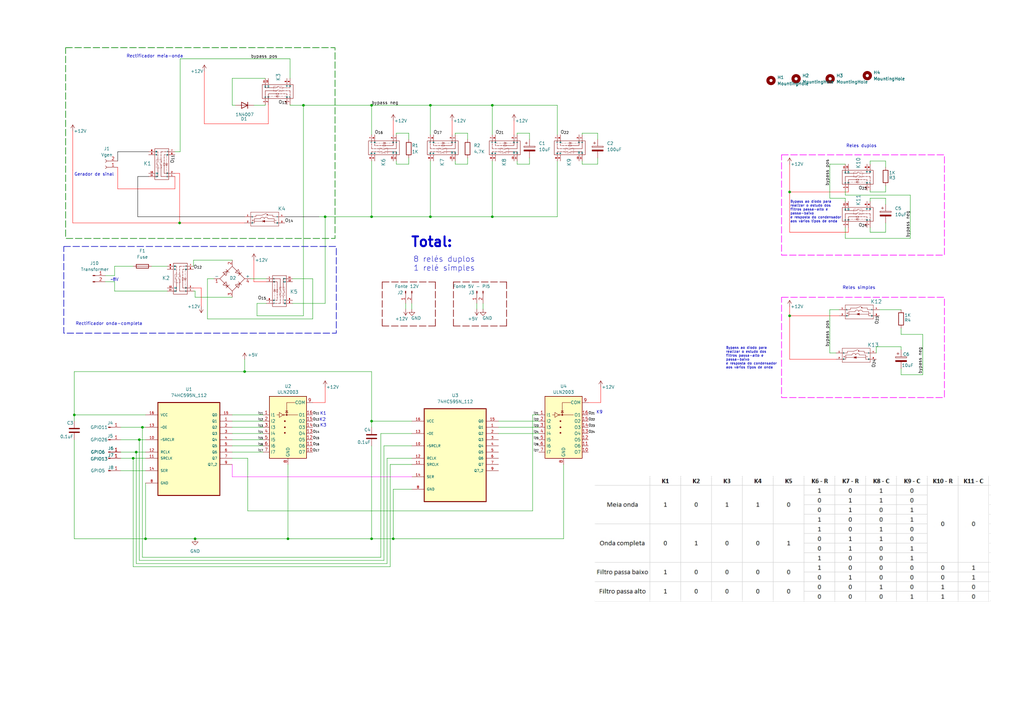
<source format=kicad_sch>
(kicad_sch (version 20231120) (generator "eeschema") (generator_version "8.0")
  (paper "A3")
  (lib_symbols
    (symbol "3570-1331-123:3570-1331-123" (pin_names (offset 0.254))
      (property "Reference" "K" (at 19.6596 2.7432 0))
      (property "Value" "3570-1331-123" (at 19.9136 0.1524 0))
      (symbol "3570-1331-123_1_1"
        (pin unspecified line (at 12.065 -3.81 0) (length 2.54) (name "1") (number "1"))
        (pin unspecified line (at 12.065 -6.35 0) (length 2.54) (name "2") (number "2"))
        (pin unspecified line (at 28.575 -6.35 180) (length 2.54) (name "3") (number "3"))
        (pin unspecified line (at 28.575 -3.81 180) (length 2.54) (name "4") (number "4"))
      )
    )
    (symbol "3572-1220-123:3572-1220-123" (pin_names (offset 0.254))
      (property "Reference" "K" (at 0.635 14.224 0))
      (property "Value" "3572-1220-123" (at 0.127 10.795 0))
      (symbol "3572-1220-123_1_1"
        (pin unspecified line (at -5.08 -10.795 90) (length 2.54) (name "1") (number "1"))
        (pin unspecified line (at -3.81 0 270) (length 2.54) (name "13") (number "13"))
        (pin unspecified line (at -5.08 0 270) (length 2.54) (name "14") (number "14"))
        (pin unspecified line (at -3.81 -10.795 90) (length 2.54) (name "2") (number "2"))
        (pin unspecified line (at 3.81 -10.795 90) (length 2.54) (name "6") (number "6"))
        (pin unspecified line (at 5.08 -10.795 90) (length 2.54) (name "7") (number "7"))
        (pin unspecified line (at 5.08 0 270) (length 2.54) (name "8") (number "8"))
        (pin unspecified line (at 3.81 0 270) (length 2.54) (name "9") (number "9"))
      )
    )
    (symbol "74HC595N:74HC595N_112" (pin_names (offset 1.016))
      (property "Reference" "U" (at -5.2866 17.8676 0))
      (property "Value" "74HC595N_112" (at -4.4502 -27.7437 0))
      (symbol "74HC595N_112_0_0"
        (pin output line (at 17.78 7.62 180) (length 5.08) (name "Q1") (number "1"))
        (pin input line (at -17.78 5.08 0) (length 5.08) (name "~OE") (number "13"))
        (pin output line (at 17.78 10.16 180) (length 5.08) (name "Q0") (number "15"))
        (pin power_in line (at -17.78 10.16 0) (length 5.08) (name "VCC") (number "16"))
        (pin output line (at 17.78 5.08 180) (length 5.08) (name "Q2") (number "2"))
        (pin output line (at 17.78 2.54 180) (length 5.08) (name "Q3") (number "3"))
        (pin output line (at 17.78 0 180) (length 5.08) (name "Q4") (number "4"))
        (pin output line (at 17.78 -2.54 180) (length 5.08) (name "Q5") (number "5"))
        (pin output line (at 17.78 -5.08 180) (length 5.08) (name "Q6") (number "6"))
        (pin output line (at 17.78 -7.62 180) (length 5.08) (name "Q7") (number "7"))
        (pin passive line (at -17.78 -17.78 0) (length 5.08) (name "GND") (number "8"))
        (pin output line (at 17.78 -10.16 180) (length 5.08) (name "Q7_2") (number "9"))
      )
      (symbol "74HC595N_112_1_0"
        (pin input line (at -17.78 0 0) (length 5.08) (name "~SRCLR") (number "10"))
        (pin input line (at -17.78 -7.62 0) (length 5.08) (name "SRCLK") (number "11"))
        (pin input line (at -17.78 -5.08 0) (length 5.08) (name "RCLK") (number "12"))
        (pin input line (at -17.78 -12.7 0) (length 5.08) (name "SER") (number "14"))
      )
    )
    (symbol "Connector:Conn_01x01_Pin" (pin_names (offset 1.016) hide)
      (property "Reference" "J" (at 0 2.54 0))
      (property "Value" "Conn_01x01_Pin" (at 0 -2.54 0))
      (symbol "Conn_01x01_Pin_1_1"
        (pin passive line (at 5.08 0 180) (length 3.81) (name "Pin_1") (number "1"))
      )
    )
    (symbol "Connector:Conn_01x02_Pin" (pin_names (offset 1.016) hide)
      (property "Reference" "J" (at 0 2.54 0))
      (property "Value" "Conn_01x02_Pin" (at 0 -5.08 0))
      (symbol "Conn_01x02_Pin_1_1"
        (pin passive line (at 5.08 0 180) (length 3.81) (name "Pin_1") (number "1"))
        (pin passive line (at 5.08 -2.54 180) (length 3.81) (name "Pin_2") (number "2"))
      )
    )
    (symbol "Connector:Conn_01x02_Socket" (pin_names (offset 1.016) hide)
      (property "Reference" "J" (at 0 2.54 0))
      (property "Value" "Conn_01x02_Socket" (at 0 -5.08 0))
      (symbol "Conn_01x02_Socket_1_1"
        (pin passive line (at -5.08 0 0) (length 3.81) (name "Pin_1") (number "1"))
        (pin passive line (at -5.08 -2.54 0) (length 3.81) (name "Pin_2") (number "2"))
      )
    )
    (symbol "Device:C" (pin_numbers hide) (pin_names (offset 0.254))
      (property "Reference" "C" (at 0.635 2.54 0))
      (property "Value" "C" (at 0.635 -2.54 0))
      (symbol "C_1_1"
        (pin passive line (at 0 3.81 270) (length 2.794) (name "~") (number "1"))
        (pin passive line (at 0 -3.81 90) (length 2.794) (name "~") (number "2"))
      )
    )
    (symbol "Device:C_Polarized" (pin_numbers hide) (pin_names (offset 0.254))
      (property "Reference" "C" (at 0.635 2.54 0))
      (property "Value" "C_Polarized" (at 0.635 -2.54 0))
      (symbol "C_Polarized_1_1"
        (pin passive line (at 0 3.81 270) (length 2.794) (name "~") (number "1"))
        (pin passive line (at 0 -3.81 90) (length 2.794) (name "~") (number "2"))
      )
    )
    (symbol "Device:Fuse" (pin_numbers hide) (pin_names (offset 0))
      (property "Reference" "F" (at 2.032 0 90))
      (property "Value" "Fuse" (at -1.905 0 90))
      (symbol "Fuse_1_1"
        (pin passive line (at 0 3.81 270) (length 1.27) (name "~") (number "1"))
        (pin passive line (at 0 -3.81 90) (length 1.27) (name "~") (number "2"))
      )
    )
    (symbol "Device:R" (pin_numbers hide) (pin_names (offset 0))
      (property "Reference" "R" (at 2.032 0 90))
      (property "Value" "R" (at 0 0 90))
      (symbol "R_1_1"
        (pin passive line (at 0 3.81 270) (length 1.27) (name "~") (number "1"))
        (pin passive line (at 0 -3.81 90) (length 1.27) (name "~") (number "2"))
      )
    )
    (symbol "Diode:1N4007" (pin_numbers hide) (pin_names hide)
      (property "Reference" "D" (at 0 2.54 0))
      (property "Value" "1N4007" (at 0 -2.54 0))
      (symbol "1N4007_1_1"
        (pin passive line (at -3.81 0 0) (length 2.54) (name "K") (number "1"))
        (pin passive line (at 3.81 0 180) (length 2.54) (name "A") (number "2"))
      )
    )
    (symbol "Diode_Bridge:B250C2300-1500A" (pin_names (offset 0))
      (property "Reference" "D" (at 2.54 6.985 0))
      (property "Value" "B250C2300-1500A" (at 2.54 5.08 0))
      (symbol "B250C2300-1500A_1_1"
        (pin passive line (at -7.62 0 0) (length 2.54) (name "-") (number "1"))
        (pin passive line (at 0 7.62 270) (length 2.54) (name "~") (number "2"))
        (pin passive line (at 0 -7.62 90) (length 2.54) (name "~") (number "3"))
        (pin passive line (at 7.62 0 180) (length 2.54) (name "+") (number "4"))
      )
    )
    (symbol "Mechanical:MountingHole" (pin_names (offset 1.016)) (exclude_from_sim yes) (in_bom no)
      (property "Reference" "H" (at 0 5.08 0))
      (property "Value" "MountingHole" (at 0 3.175 0))
    )
    (symbol "Transistor_Array:ULN2003"
      (property "Reference" "U" (at 0 15.875 0))
      (property "Value" "ULN2003" (at 0 13.97 0))
      (symbol "ULN2003_1_1"
        (pin input line (at -10.16 5.08 0) (length 2.54) (name "I1") (number "1"))
        (pin open_collector line (at 10.16 -10.16 180) (length 2.54) (name "O7") (number "10"))
        (pin open_collector line (at 10.16 -7.62 180) (length 2.54) (name "O6") (number "11"))
        (pin open_collector line (at 10.16 -5.08 180) (length 2.54) (name "O5") (number "12"))
        (pin open_collector line (at 10.16 -2.54 180) (length 2.54) (name "O4") (number "13"))
        (pin open_collector line (at 10.16 0 180) (length 2.54) (name "O3") (number "14"))
        (pin open_collector line (at 10.16 2.54 180) (length 2.54) (name "O2") (number "15"))
        (pin open_collector line (at 10.16 5.08 180) (length 2.54) (name "O1") (number "16"))
        (pin input line (at -10.16 2.54 0) (length 2.54) (name "I2") (number "2"))
        (pin input line (at -10.16 0 0) (length 2.54) (name "I3") (number "3"))
        (pin input line (at -10.16 -2.54 0) (length 2.54) (name "I4") (number "4"))
        (pin input line (at -10.16 -5.08 0) (length 2.54) (name "I5") (number "5"))
        (pin input line (at -10.16 -7.62 0) (length 2.54) (name "I6") (number "6"))
        (pin input line (at -10.16 -10.16 0) (length 2.54) (name "I7") (number "7"))
        (pin power_in line (at 0 -15.24 90) (length 2.54) (name "GND") (number "8"))
        (pin passive line (at 10.16 10.16 180) (length 2.54) (name "COM") (number "9"))
      )
    )
    (symbol "power:+12V" (power) (pin_names (offset 0))
      (property "Value" "+12V" (at 0 3.556 0))
      (symbol "+12V_1_1"
        (pin power_in line (at 0 0 90) (length 0) hide (name "+12V") (number "1"))
      )
    )
    (symbol "power:+5V" (power) (pin_numbers hide) (pin_names (offset 0) hide)
      (property "Value" "+5V" (at 0 3.556 0))
      (symbol "+5V_1_1"
        (pin power_in line (at 0 0 90) (length 0) (name "~") (number "1"))
      )
    )
    (symbol "power:GND" (power) (pin_numbers hide) (pin_names (offset 0) hide)
      (property "Value" "GND" (at 0 -3.81 0))
      (symbol "GND_1_1"
        (pin power_in line (at 0 0 270) (length 0) (name "~") (number "1"))
      )
    )
  )
  (junction (at 161.29 220.98))
  (junction (at 100.33 152.4))
  (junction (at 152.4 88.9))
  (junction (at 73.66 91.44))
  (junction (at 55.88 185.42))
  (junction (at 152.4 172.72))
  (junction (at 57.15 180.34))
  (junction (at 118.11 220.98))
  (junction (at 201.93 43.18))
  (junction (at 176.53 88.9))
  (junction (at 201.93 88.9))
  (junction (at 80.01 220.98))
  (junction (at 54.61 187.96))
  (junction (at 152.4 220.98))
  (junction (at 323.85 129.54))
  (junction (at 58.42 175.26))
  (junction (at 176.53 43.18))
  (junction (at 152.4 43.18))
  (junction (at 323.85 78.74))
  (junction (at 59.69 220.98))
  (junction (at 133.35 88.9))
  (junction (at 30.48 170.18))
  (junction (at 124.46 43.18))
  (wire (pts (xy 133.35 88.9) (xy 152.4 88.9)))
  (wire (pts (xy 118.9618 24.13) (xy 118.9618 32.1445)))
  (wire (pts (xy 60.96 72.39) (xy 56.515 72.39)) (stroke (width 0) (color 0 0 0 1)))
  (wire (pts (xy 160.02 190.5) (xy 160.02 232.41)))
  (wire (pts (xy 30.48 152.4) (xy 30.48 170.18)))
  (wire (pts (xy 157.48 182.88) (xy 157.48 229.87)))
  (wire (pts (xy 228.6 43.18) (xy 228.6 55.245)))
  (wire (pts (xy 217.17 54.61) (xy 217.17 57.15)))
  (wire (pts (xy 29.845 91.44) (xy 73.66 91.44)) (stroke (width 0) (color 255 0 0 1)))
  (wire (pts (xy 207.772 133.7056) (xy 185.9788 133.7056)) (stroke (width 0.254) (type dash) (color 132 0 0 1)))
  (wire (pts (xy 323.85 95.25) (xy 323.85 78.74)) (stroke (width 0) (color 255 0 0 1)))
  (wire (pts (xy 204.47 175.26) (xy 220.98 175.26)))
  (wire (pts (xy 82.55 125.73) (xy 82.55 118.11)) (stroke (width 0) (color 255 0 0 1)))
  (wire (pts (xy 157.48 229.87) (xy 57.15 229.87)))
  (wire (pts (xy 346.71 80.01) (xy 373.38 80.01)))
  (wire (pts (xy 105.41 129.54) (xy 105.41 124.46)))
  (wire (pts (xy 49.53 187.96) (xy 54.61 187.96)))
  (wire (pts (xy 49.53 180.34) (xy 57.15 180.34)))
  (wire (pts (xy 378.46 137.16) (xy 369.57 137.16)))
  (wire (pts (xy 238.76 54.61) (xy 238.76 55.245)))
  (wire (pts (xy 162.56 54.61) (xy 162.56 55.245)))
  (wire (pts (xy 55.88 185.42) (xy 59.69 185.42)))
  (wire (pts (xy 161.29 220.98) (xy 152.4 220.98)))
  (wire (pts (xy 95.25 180.34) (xy 107.95 180.34)))
  (wire (pts (xy 82.55 118.11) (xy 79.375 118.11)) (stroke (width 0) (color 255 0 0 1)))
  (wire (pts (xy 128.27 130.81) (xy 128.27 114.3)))
  (wire (pts (xy 73.8768 62.23) (xy 71.755 62.23)))
  (wire (pts (xy 95.25 195.58) (xy 168.91 195.58)) (stroke (width 0) (color 255 0 255 1)))
  (wire (pts (xy 49.53 185.42) (xy 55.88 185.42)))
  (wire (pts (xy 79.375 106.68) (xy 79.375 109.22)))
  (wire (pts (xy 73.66 91.44) (xy 100.33 91.44)) (stroke (width 0) (color 255 0 0 1)))
  (wire (pts (xy 83.82 50.8) (xy 110.0718 50.8)) (stroke (width 0) (color 255 0 0 1)))
  (wire (pts (xy 185.42 49.53) (xy 185.42 55.245)) (stroke (width 0) (color 255 0 0 1)))
  (wire (pts (xy 29.8382 69.85) (xy 29.8382 53.7558)) (stroke (width 0) (color 255 0 0 1)))
  (wire (pts (xy 58.42 228.6) (xy 58.42 175.26)))
  (wire (pts (xy 344.17 127) (xy 340.36 127)))
  (wire (pts (xy 62.23 109.22) (xy 68.58 109.22)))
  (wire (pts (xy 176.53 43.18) (xy 201.93 43.18)))
  (wire (pts (xy 56.515 88.9) (xy 100.33 88.9)) (stroke (width 0) (color 0 0 0 1)))
  (wire (pts (xy 73.66 91.44) (xy 73.66 71.12)) (stroke (width 0) (color 255 0 0 1)))
  (wire (pts (xy 210.82 49.53) (xy 210.82 55.245)) (stroke (width 0) (color 255 0 0 1)))
  (wire (pts (xy 73.8768 24.13) (xy 73.8768 62.23)))
  (wire (pts (xy 96.52 43.18) (xy 95.25 43.18)))
  (wire (pts (xy 369.57 134.62) (xy 369.57 137.16)))
  (wire (pts (xy 231.14 220.98) (xy 161.29 220.98)))
  (wire (pts (xy 95.25 182.88) (xy 107.95 182.88)))
  (wire (pts (xy 356.87 81.28) (xy 356.87 82.55)))
  (wire (pts (xy 152.4 172.72) (xy 152.4 175.26)))
  (wire (pts (xy 43.18 113.03) (xy 46.99 113.03)))
  (wire (pts (xy 110.0718 50.8) (xy 110.0718 42.9395)) (stroke (width 0) (color 255 0 0 1)))
  (wire (pts (xy 83.82 50.8) (xy 83.82 29.21)) (stroke (width 0) (color 255 0 0 1)))
  (wire (pts (xy 80.01 121.92) (xy 80.01 119.38)))
  (wire (pts (xy 95.25 43.18) (xy 95.25 32.1445)))
  (wire (pts (xy 118.9618 43.18) (xy 124.46 43.18)))
  (wire (pts (xy 57.15 180.34) (xy 59.69 180.34)))
  (wire (pts (xy 346.71 93.345) (xy 346.71 97.79)))
  (wire (pts (xy 168.91 182.88) (xy 157.48 182.88)))
  (wire (pts (xy 108.8018 43.18) (xy 108.8018 42.9395)))
  (wire (pts (xy 59.69 220.98) (xy 80.01 220.98)))
  (wire (pts (xy 323.85 78.74) (xy 323.85 67.31)) (stroke (width 0) (color 255 0 0 1)))
  (wire (pts (xy 186.69 66.04) (xy 186.69 67.31)))
  (wire (pts (xy 162.56 66.04) (xy 162.56 67.31)))
  (wire (pts (xy 245.11 67.31) (xy 238.76 67.31)))
  (wire (pts (xy 359.41 142.24) (xy 359.41 144.78)))
  (wire (pts (xy 185.9788 115.6462) (xy 207.772 115.6462)) (stroke (width 0.254) (type dash) (color 132 0 0 1)))
  (wire (pts (xy 101.6 209.55) (xy 218.44 209.55)))
  (wire (pts (xy 323.85 129.54) (xy 323.85 125.73)) (stroke (width 0) (color 255 0 0 1)))
  (wire (pts (xy 133.35 158.75) (xy 133.35 165.1)) (stroke (width 0) (color 255 0 0 1)))
  (wire (pts (xy 356.87 67.31) (xy 356.87 66.04)))
  (wire (pts (xy 104.14 106.68) (xy 104.14 115.57)) (stroke (width 0) (color 255 0 0 1)))
  (wire (pts (xy 161.29 200.66) (xy 161.29 220.98)))
  (wire (pts (xy 373.38 97.79) (xy 373.38 80.01)))
  (wire (pts (xy 356.87 66.04) (xy 363.22 66.04)))
  (wire (pts (xy 133.35 165.1) (xy 128.27 165.1)) (stroke (width 0) (color 255 0 0 1)))
  (wire (pts (xy 152.4 182.88) (xy 152.4 220.98)))
  (wire (pts (xy 55.88 231.14) (xy 55.88 185.42)))
  (wire (pts (xy 212.09 54.61) (xy 212.09 55.245)))
  (wire (pts (xy 167.64 54.61) (xy 167.64 57.15)))
  (wire (pts (xy 201.93 43.18) (xy 228.6 43.18)))
  (wire (pts (xy 186.69 67.31) (xy 191.77 67.31)))
  (wire (pts (xy 363.22 76.2) (xy 363.22 78.74)))
  (wire (pts (xy 217.17 67.31) (xy 212.09 67.31)))
  (wire (pts (xy 57.15 229.87) (xy 57.15 180.34)))
  (wire (pts (xy 80.01 121.92) (xy 95.25 121.92)))
  (wire (pts (xy 95.25 187.96) (xy 101.6 187.96)))
  (wire (pts (xy 49.53 193.04) (xy 59.69 193.04)))
  (wire (pts (xy 340.36 127) (xy 340.36 144.78)))
  (wire (pts (xy 363.22 78.74) (xy 356.87 78.74)))
  (wire (pts (xy 71.755 77.47) (xy 71.755 72.39)) (stroke (width 0) (color 255 0 0 1)))
  (wire (pts (xy 100.33 147.32) (xy 100.33 152.4)))
  (wire (pts (xy 360.68 127) (xy 369.57 127)))
  (wire (pts (xy 95.25 177.8) (xy 107.95 177.8)))
  (wire (pts (xy 166.37 124.46) (xy 166.37 126.746)))
  (wire (pts (xy 105.41 124.46) (xy 109.22 124.46)))
  (wire (pts (xy 201.93 88.9) (xy 228.6 88.9)))
  (wire (pts (xy 168.91 187.96) (xy 158.75 187.96)))
  (wire (pts (xy 347.98 78.74) (xy 323.85 78.74)) (stroke (width 0) (color 255 0 0 1)))
  (wire (pts (xy 369.57 151.13) (xy 369.57 153.67)))
  (wire (pts (xy 30.48 170.18) (xy 30.48 172.72)))
  (wire (pts (xy 158.75 231.14) (xy 55.88 231.14)))
  (wire (pts (xy 217.17 64.77) (xy 217.17 67.31)))
  (wire (pts (xy 79.375 106.68) (xy 95.25 106.68)))
  (wire (pts (xy 176.53 66.04) (xy 176.53 88.9)))
  (wire (pts (xy 363.22 66.04) (xy 363.22 68.58)))
  (wire (pts (xy 212.09 67.31) (xy 212.09 66.04)))
  (wire (pts (xy 346.71 78.105) (xy 346.71 80.01)))
  (wire (pts (xy 185.9788 115.6462) (xy 185.9788 133.7056)) (stroke (width 0.254) (type dash) (color 132 0 0 1)))
  (wire (pts (xy 152.4 172.72) (xy 168.91 172.72)))
  (wire (pts (xy 48.26 62.23) (xy 60.96 62.23)) (stroke (width 0) (color 0 0 0 1)))
  (wire (pts (xy 245.11 54.61) (xy 238.76 54.61)))
  (wire (pts (xy 156.21 228.6) (xy 58.42 228.6)))
  (wire (pts (xy 191.77 54.61) (xy 191.77 57.15)))
  (wire (pts (xy 46.99 109.22) (xy 54.61 109.22)))
  (wire (pts (xy 46.99 119.38) (xy 68.58 119.38)))
  (wire (pts (xy 363.22 81.28) (xy 356.87 81.28)))
  (wire (pts (xy 30.48 220.98) (xy 59.69 220.98)))
  (wire (pts (xy 124.46 129.54) (xy 105.41 129.54)))
  (wire (pts (xy 369.57 142.24) (xy 369.57 143.51)))
  (wire (pts (xy 158.75 187.96) (xy 158.75 231.14)))
  (wire (pts (xy 346.71 67.31) (xy 340.36 67.31)))
  (wire (pts (xy 369.57 153.67) (xy 378.46 153.67)))
  (wire (pts (xy 195.58 124.46) (xy 195.58 126.746)))
  (wire (pts (xy 346.71 81.28) (xy 346.71 82.55)))
  (wire (pts (xy 363.22 91.44) (xy 363.22 95.25)))
  (wire (pts (xy 245.11 64.77) (xy 245.11 67.31)))
  (wire (pts (xy 156.21 177.8) (xy 156.21 228.6)))
  (wire (pts (xy 340.36 81.28) (xy 346.71 81.28)))
  (wire (pts (xy 100.33 152.4) (xy 30.48 152.4)))
  (wire (pts (xy 46.99 115.57) (xy 46.99 119.38)))
  (wire (pts (xy 178.562 133.7056) (xy 156.7688 133.7056)) (stroke (width 0.254) (type dash) (color 132 0 0 1)))
  (wire (pts (xy 95.25 32.1445) (xy 108.8018 32.1445)))
  (wire (pts (xy 104.14 115.57) (xy 109.22 115.57)) (stroke (width 0) (color 255 0 0 1)))
  (wire (pts (xy 245.11 54.61) (xy 245.11 57.15)))
  (wire (pts (xy 323.85 147.32) (xy 342.9 147.32)) (stroke (width 0) (color 255 0 0 1)))
  (wire (pts (xy 191.77 54.61) (xy 186.69 54.61)))
  (wire (pts (xy 347.98 95.25) (xy 323.85 95.25)) (stroke (width 0) (color 255 0 0 1)))
  (wire (pts (xy 168.91 190.5) (xy 160.02 190.5)))
  (wire (pts (xy 162.56 67.31) (xy 167.64 67.31)))
  (wire (pts (xy 80.01 119.38) (xy 79.375 119.38)))
  (wire (pts (xy 323.85 129.54) (xy 323.85 147.32)) (stroke (width 0) (color 255 0 0 1)))
  (wire (pts (xy 152.4 220.98) (xy 118.11 220.98)))
  (wire (pts (xy 378.46 153.67) (xy 378.46 137.16)))
  (wire (pts (xy 356.87 93.345) (xy 356.87 95.25)))
  (wire (pts (xy 168.91 177.8) (xy 156.21 177.8)))
  (wire (pts (xy 168.91 200.66) (xy 161.29 200.66)))
  (wire (pts (xy 217.17 54.61) (xy 212.09 54.61)))
  (wire (pts (xy 118.11 190.5) (xy 118.11 220.98)))
  (wire (pts (xy 201.93 43.18) (xy 201.93 55.245)))
  (wire (pts (xy 101.6 187.96) (xy 101.6 209.55)))
  (wire (pts (xy 104.14 43.18) (xy 108.8018 43.18)))
  (wire (pts (xy 73.8768 24.13) (xy 118.9618 24.13)))
  (wire (pts (xy 204.47 177.8) (xy 220.98 177.8)))
  (wire (pts (xy 347.98 78.105) (xy 347.98 78.74)) (stroke (width 0) (color 255 0 0 1)))
  (wire (pts (xy 95.25 172.72) (xy 107.95 172.72)))
  (wire (pts (xy 186.69 54.61) (xy 186.69 55.245)))
  (wire (pts (xy 124.46 43.18) (xy 152.4 43.18)))
  (wire (pts (xy 48.26 77.47) (xy 48.26 68.58)) (stroke (width 0) (color 255 0 0 1)))
  (wire (pts (xy 176.53 43.18) (xy 176.53 55.245)))
  (wire (pts (xy 116.84 88.9) (xy 130.81 88.9)) (stroke (width 0) (color 0 0 0 1)))
  (wire (pts (xy 85.09 114.3) (xy 85.09 130.81)))
  (wire (pts (xy 231.14 190.5) (xy 231.14 220.98)))
  (wire (pts (xy 176.53 88.9) (xy 201.93 88.9)))
  (wire (pts (xy 49.53 175.26) (xy 58.42 175.26)))
  (wire (pts (xy 156.7688 115.6462) (xy 178.562 115.6462)) (stroke (width 0.254) (type dash) (color 132 0 0 1)))
  (wire (pts (xy 118.9618 43.18) (xy 118.9618 42.9395)))
  (wire (pts (xy 152.4 43.18) (xy 176.53 43.18)))
  (wire (pts (xy 167.64 64.77) (xy 167.64 67.31)))
  (wire (pts (xy 58.42 175.26) (xy 59.69 175.26)))
  (wire (pts (xy 340.36 144.78) (xy 342.9 144.78)))
  (wire (pts (xy 128.27 114.3) (xy 120.015 114.3)))
  (wire (pts (xy 59.69 198.12) (xy 59.69 220.98)))
  (wire (pts (xy 152.4 152.4) (xy 152.4 172.72)))
  (wire (pts (xy 29.845 69.85) (xy 29.8382 69.85)) (stroke (width 0) (color 255 0 0 1)))
  (wire (pts (xy 359.41 142.24) (xy 369.57 142.24)))
  (wire (pts (xy 95.25 190.5) (xy 95.25 195.58)) (stroke (width 0) (color 255 0 255 1)))
  (wire (pts (xy 54.61 187.96) (xy 54.61 232.41)))
  (wire (pts (xy 95.25 170.18) (xy 107.95 170.18)))
  (wire (pts (xy 346.71 97.79) (xy 373.38 97.79)))
  (wire (pts (xy 204.47 172.72) (xy 220.98 172.72)))
  (wire (pts (xy 363.22 83.82) (xy 363.22 81.28)))
  (wire (pts (xy 120.015 124.46) (xy 133.35 124.46)))
  (wire (pts (xy 201.93 66.04) (xy 201.93 88.9)))
  (wire (pts (xy 152.4 88.9) (xy 176.53 88.9)))
  (wire (pts (xy 152.4 43.18) (xy 152.4 55.245)))
  (wire (pts (xy 238.76 67.31) (xy 238.76 66.04)))
  (wire (pts (xy 73.66 71.12) (xy 71.755 71.12)) (stroke (width 0) (color 255 0 0 1)))
  (wire (pts (xy 48.26 77.47) (xy 71.755 77.47)) (stroke (width 0) (color 255 0 0 1)))
  (wire (pts (xy 218.44 209.55) (xy 218.44 170.18)))
  (wire (pts (xy 363.22 95.25) (xy 356.87 95.25)))
  (wire (pts (xy 85.09 130.81) (xy 128.27 130.81)))
  (wire (pts (xy 246.38 158.75) (xy 246.38 165.1)) (stroke (width 0) (color 255 0 0 1)))
  (wire (pts (xy 95.25 185.42) (xy 107.95 185.42)))
  (wire (pts (xy 167.64 54.61) (xy 162.56 54.61)))
  (wire (pts (xy 95.25 175.26) (xy 107.95 175.26)))
  (wire (pts (xy 133.35 88.9) (xy 130.81 88.9)))
  (wire (pts (xy 246.38 165.1) (xy 241.3 165.1)) (stroke (width 0) (color 255 0 0 1)))
  (wire (pts (xy 161.29 49.53) (xy 161.29 55.245)) (stroke (width 0) (color 255 0 0 1)))
  (wire (pts (xy 356.87 78.105) (xy 356.87 78.74)))
  (wire (pts (xy 344.17 129.54) (xy 323.85 129.54)) (stroke (width 0) (color 255 0 0 1)))
  (wire (pts (xy 118.11 220.98) (xy 80.01 220.98)))
  (wire (pts (xy 340.36 67.31) (xy 340.36 81.28)))
  (wire (pts (xy 124.46 43.18) (xy 124.46 129.54)))
  (wire (pts (xy 198.12 124.46) (xy 198.12 126.873)))
  (wire (pts (xy 87.63 114.3) (xy 85.09 114.3)))
  (wire (pts (xy 156.7688 115.6462) (xy 156.7688 133.7056)) (stroke (width 0.254) (type dash) (color 132 0 0 1)))
  (wire (pts (xy 46.99 113.03) (xy 46.99 109.22)))
  (wire (pts (xy 133.35 88.9) (xy 133.35 124.46)))
  (wire (pts (xy 102.87 114.3) (xy 109.22 114.3)))
  (wire (pts (xy 29.845 69.85) (xy 29.845 91.44)) (stroke (width 0) (color 255 0 0 1)))
  (wire (pts (xy 207.772 115.6462) (xy 207.772 133.7056)) (stroke (width 0.254) (type dash) (color 132 0 0 1)))
  (wire (pts (xy 347.98 93.345) (xy 347.98 95.25)) (stroke (width 0) (color 255 0 0 1)))
  (wire (pts (xy 54.61 187.96) (xy 59.69 187.96)))
  (wire (pts (xy 43.18 115.57) (xy 46.99 115.57)))
  (wire (pts (xy 100.33 152.4) (xy 152.4 152.4)))
  (wire (pts (xy 178.562 115.6462) (xy 178.562 133.7056)) (stroke (width 0.254) (type dash) (color 132 0 0 1)))
  (wire (pts (xy 191.77 64.77) (xy 191.77 67.31)))
  (wire (pts (xy 160.02 232.41) (xy 54.61 232.41)))
  (wire (pts (xy 30.48 220.98) (xy 30.48 180.34)))
  (wire (pts (xy 152.4 66.04) (xy 152.4 88.9)))
  (wire (pts (xy 228.6 66.04) (xy 228.6 88.9)))
  (wire (pts (xy 218.44 170.18) (xy 220.98 170.18)))
  (wire (pts (xy 168.91 124.46) (xy 168.91 126.873)))
  (wire (pts (xy 48.26 62.23) (xy 48.26 66.04)) (stroke (width 0) (color 0 0 0 1)))
  (wire (pts (xy 56.515 72.39) (xy 56.515 88.9)) (stroke (width 0) (color 0 0 0 1)))
  (wire (pts (xy 30.48 170.18) (xy 59.69 170.18)))
  (rectangle (start 320.548 121.92) (end 387.35 163.068) (stroke (width 0.25) (type dash) (color 255 0 255 1)))
  (rectangle (start 26.924 19.558) (end 137.414 97.79) (stroke (width 0.25) (type dash) (color 0 132 0 1)))
  (rectangle (start 26.162 101.092) (end 137.922 136.652) (stroke (width 0.25) (type dash)))
  (rectangle (start 320.548 63.5) (end 387.35 104.648) (stroke (width 0.25) (type dash) (color 255 0 255 1)))
  (image (at 325.12 220.98) (scale 2.33288))
  (text "Rectificador onda-completa" (at 44.704 132.842 0) (effects (font (size 1.27 1.27))))
  (text "K9" (at 245.872 169.164 0) (effects (font (size 1.27 1.27))))
  (text "K2" (at 132.334 172.212 0) (effects (font (size 1.27 1.27))))
  (text "Reles duplos" (at 353.314 59.944 0) (effects (font (size 1.27 1.27))))
  (text "K3\n" (at 132.588 174.498 0) (effects (font (size 1.27 1.27))))
  (text "8 relés duplos\n1 relé simples" (at 182.1688 108.2802 0) (effects (font (size 2.27 2.27))))
  (text "~8V" (at 46.99 114.808 0) (effects (font (size 1.27 1.27))))
  (text "Bypass ao díodo para \nrealizar o estudo dos \nfiltros passa-alto e \npassa-baixo\ne resposta do condensador \naos vários tipos de onda" (at 324.104 86.868 0) (effects (font (size 1 1)) (justify left)))
  (text "Rectificador meia-onda" (at 63.5 23.114 0) (effects (font (size 1.27 1.27))))
  (text "K1" (at 132.588 169.672 0) (effects (font (size 1.27 1.27))))
  (text "Reles simples" (at 352.298 118.11 0) (effects (font (size 1.27 1.27))))
  (text "Gerador de sinal" (at 38.608 71.628 0) (effects (font (size 1.27 1.27))))
  (text "Total: " (at 178.6128 99.3902 0) (effects (font (size 4 4) (thickness 0.8) (bold yes))))
  (text "Bypass ao díodo para \nrealizar o estudo dos \nfiltros passa-alto e \npassa-baixo\ne resposta do condensador \naos vários tipos de onda" (at 297.688 146.812 0) (effects (font (size 1 1)) (justify left)))
  (label "I_{26}" (at 220.98 182.88 180) (effects (font (size 1 1))))
  (label "O_{16}" (at 128.27 182.88 0) (effects (font (size 1 1))))
  (label "I_{25}" (at 220.98 180.34 180) (effects (font (size 1 1))))
  (label "I_{14}" (at 107.95 177.8 180) (effects (font (size 1 1))))
  (label "O_{24}" (at 355.6 93.345 180))
  (label "I_{17}" (at 107.95 185.42 180) (effects (font (size 1 1))))
  (label "bypass neg" (at 373.38 86.36 270))
  (label "I_{24}" (at 220.98 177.8 180) (effects (font (size 1 1))))
  (label "O_{12}" (at 128.27 172.72 0) (effects (font (size 1 1))))
  (label "I_{16}" (at 107.95 182.88 180) (effects (font (size 1 1))))
  (label "I_{13}" (at 107.95 175.26 180) (effects (font (size 1 1))))
  (label "O_{14}" (at 116.84 91.44 0))
  (label "O_{15}" (at 109.22 123.19 180))
  (label "O_{17}" (at 128.27 185.42 0) (effects (font (size 1 1))))
  (label "O_{11}" (at 128.27 170.18 0) (effects (font (size 1 1))))
  (label "bypass neg" (at 378.46 142.24 270))
  (label "I_{27}" (at 220.98 185.42 180) (effects (font (size 1 1))))
  (label "O_{15}" (at 128.27 180.34 0) (effects (font (size 1 1))))
  (label "O_{21}" (at 203.2 55.245 0))
  (label "O_{13}" (at 128.27 175.26 0) (effects (font (size 1 1))))
  (label "O_{23}" (at 241.3 175.26 0) (effects (font (size 1 1))))
  (label "I_{12}" (at 107.95 172.72 180) (effects (font (size 1 1))))
  (label "O_{23}" (at 355.6 78.105 180))
  (label "bypass neg" (at 152.4 43.18 0))
  (label "I_{11}" (at 107.95 170.18 180) (effects (font (size 1 1))))
  (label "I_{22}" (at 220.98 172.72 180) (effects (font (size 1 1))))
  (label "O_{11}" (at 71.755 63.5 270))
  (label "I_{21}" (at 220.98 170.18 180) (effects (font (size 1 1))))
  (label "O_{21}" (at 241.3 170.18 0) (effects (font (size 1 1))))
  (label "bypass pos" (at 340.36 76.2 90))
  (label "O_{24}" (at 359.41 147.32 270))
  (label "O_{17}" (at 177.8 55.245 0))
  (label "O_{14}" (at 128.27 177.8 0) (effects (font (size 1 1))))
  (label "bypass pos" (at 102.87 24.13 0))
  (label "O_{22}" (at 241.3 172.72 0) (effects (font (size 1 1))))
  (label "O_{22}" (at 229.87 55.245 0))
  (label "O_{12}" (at 79.375 110.49 0))
  (label "O_{24}" (at 241.3 177.8 0) (effects (font (size 1 1))))
  (label "O_{23}" (at 360.68 129.54 270))
  (label "I_{23}" (at 220.98 175.26 180) (effects (font (size 1 1))))
  (label "O_{16}" (at 153.67 55.245 0))
  (label "O_{13}" (at 117.6918 42.9395 180))
  (label "I_{15}" (at 107.95 180.34 180) (effects (font (size 1 1))))
  (label "bypass pos" (at 340.36 142.24 90))
  (symbol (lib_id "power:+12V") (at 185.42 49.53 0) (unit 1)
    (property "Reference" "#PWR08" (effects (hide yes)))
    (property "Value" "+12V" (at 188.468 49.53 0))
  )
  (symbol (lib_id "Mechanical:MountingHole") (at 340.4839 32.292 0) (unit 1) (exclude_from_sim yes) (in_bom no)
    (property "Reference" "H3" (at 343.0239 31.0219 0) (effects (justify left)))
    (property "Value" "MountingHole" (at 343.0239 33.5619 0) (effects (justify left)))
    (property "Footprint" "MountingHole:MountingHole_3.2mm_M3" (effects (hide yes)))
    (property "Description" "Mounting Hole without connection" (effects (hide yes)))
  )
  (symbol (lib_id "74HC595N:74HC595N_112") (at 77.47 180.34 0) (unit 1)
    (property "Reference" "U1" (at 77.47 159.639 0))
    (property "Value" "74HC595N_112" (at 77.47 162.179 0))
    (property "Footprint" "Package_DIP:DIP-16_W10.16mm" (effects (hide yes)))
    (property "Description" "\nShift Shift Register 1 Element 8 Bit 16-DIP\n" (effects (hide yes)))
    (property "MF" "NXP USA" (effects (hide yes)))
    (property "PACKAGE" "DIP-16" (effects (hide yes)))
    (property "MPN" "74HC595N,112" (effects (hide yes)))
    (property "Price" "None" (effects (hide yes)))
    (property "Package" "SOT38-4-16 Nexperia" (effects (hide yes)))
    (property "OC_FARNELL" "1826799" (effects (hide yes)))
    (property "SnapEDA_Link" "https://www.snapeda.com/parts/74HC595N,112/NXP+USA+Inc./view-part/?ref=snap" (effects (hide yes)))
    (property "MP" "74HC595N,112" (effects (hide yes)))
    (property "Purchase-URL" "https://www.snapeda.com/api/url_track_click_mouser/?unipart_id=32067&manufacturer=NXP USA&part_name=74HC595N,112&search_term=74hc595" (effects (hide yes)))
    (property "SUPPLIER" "NXP" (effects (hide yes)))
    (property "OC_NEWARK" "71R2683" (effects (hide yes)))
    (property "Availability" "In Stock" (effects (hide yes)))
    (property "Check_prices" "https://www.snapeda.com/parts/74HC595N,112/NXP+USA+Inc./view-part/?ref=eda" (effects (hide yes)))
  )
  (symbol (lib_id "Diode_Bridge:B250C2300-1500A") (at 95.25 114.3 0) (unit 1)
    (property "Reference" "D2" (at 95.504 114.046 0))
    (property "Value" "B250C2300-1500A" (effects (hide yes)))
    (property "Footprint" "Diode_THT:Diode_Bridge_19.0x3.5x10.0mm_P5.0mm" (effects (hide yes)))
    (property "Datasheet" "https://diotec.com/tl_files/diotec/files/pdf/datasheets/b40c2300.pdf" (effects (hide yes)))
    (property "Description" "Silicon Bridge Rectifier, 250V Vrms, 1.5A If, pins=-AA+, SIL-package" (effects (hide yes)))
  )
  (symbol (lib_id "power:GND") (at 168.91 126.873 0) (unit 1)
    (property "Reference" "#PWR013" (effects (hide yes)))
    (property "Value" "GND" (at 170.6626 130.4798 0))
  )
  (symbol (lib_id "Connector:Conn_01x02_Pin") (at 195.58 119.38 90) (mirror x) (unit 1)
    (property "Reference" "J3" (at 194.564 120.015 90) (effects (justify left)))
    (property "Value" "Fonte 5V - PI5" (at 201.0156 117.4496 90) (effects (justify left)))
    (property "Footprint" "Connector_PinHeader_2.54mm:PinHeader_1x02_P2.54mm_Vertical" (effects (hide yes)))
  )
  (symbol (lib_id "3572-1220-123:3572-1220-123") (at 113.8818 32.1445 0) (unit 1)
    (property "Reference" "K3" (at 114.1358 31.6365 90) (effects (font (size 1.524 1.524))))
    (property "Value" "3572-1220-123" (effects (hide yes)))
    (property "Footprint" "3572-1220-123:RELAY8_3572-1220-053_COM" (effects (hide yes)))
    (property "Datasheet" "3572-1220-053" (effects (hide yes)))
  )
  (symbol (lib_id "power:GND") (at 198.12 126.873 0) (unit 1)
    (property "Reference" "#PWR015" (effects (hide yes)))
    (property "Value" "GND" (at 199.8726 130.4798 0))
  )
  (symbol (lib_id "Device:R") (at 167.64 60.96 0) (unit 1)
    (property "Reference" "R1" (at 168.91 59.69 0) (effects (justify left)))
    (property "Value" "1K" (at 168.91 62.23 0) (effects (justify left)))
    (property "Footprint" "Resistor_THT:R_Axial_DIN0207_L6.3mm_D2.5mm_P15.24mm_Horizontal" (effects (hide yes)))
    (property "Description" "Resistor" (effects (hide yes)))
  )
  (symbol (lib_id "Connector:Conn_01x01_Pin") (at 44.45 187.96 0) (unit 1)
    (property "Reference" "J7" (at 45.466 186.69 0))
    (property "Value" "GPIO13" (at 40.64 188.214 0))
    (property "Footprint" "Connector_PinHeader_2.54mm:PinHeader_1x01_P2.54mm_Vertical" (effects (hide yes)))
    (property "Description" "Generic connector, single row, 01x01, script generated" (effects (hide yes)))
  )
  (symbol (lib_id "3572-1220-123:3572-1220-123") (at 60.96 67.31 90) (unit 1)
    (property "Reference" "K1" (at 60.452 67.056 90) (effects (font (size 1.524 1.524))))
    (property "Value" "3572-1220-123" (effects (hide yes)))
    (property "Footprint" "3572-1220-123:RELAY8_3572-1220-053_COM" (effects (hide yes)))
    (property "Datasheet" "3572-1220-053" (effects (hide yes)))
  )
  (symbol (lib_id "power:+12V") (at 29.8382 53.7558 0) (unit 1)
    (property "Reference" "#PWR03" (effects (hide yes)))
    (property "Value" "+12V" (at 32.8862 53.7558 0))
  )
  (symbol (lib_id "Device:C") (at 30.48 176.53 0) (unit 1)
    (property "Reference" "C3" (at 27.432 173.482 0) (effects (justify left)))
    (property "Value" "0.1uF" (at 24.638 179.07 0) (effects (justify left)))
    (property "Footprint" "Capacitor_THT:C_Disc_D5.0mm_W2.5mm_P2.50mm" (effects (hide yes)))
  )
  (symbol (lib_id "3572-1220-123:3572-1220-123") (at 68.58 114.3 90) (unit 1)
    (property "Reference" "K2" (at 68.072 114.046 90) (effects (font (size 1.524 1.524))))
    (property "Value" "3572-1220-123" (effects (hide yes)))
    (property "Footprint" "3572-1220-123:RELAY8_3572-1220-053_COM" (effects (hide yes)))
    (property "Datasheet" "3572-1220-053" (effects (hide yes)))
  )
  (symbol (lib_id "Connector:Conn_01x01_Pin") (at 44.45 175.26 0) (unit 1)
    (property "Reference" "J4" (at 45.212 173.482 0))
    (property "Value" "GPIO11" (at 40.64 175.26 0))
    (property "Footprint" "Connector_PinHeader_2.54mm:PinHeader_1x01_P2.54mm_Vertical" (effects (hide yes)))
    (property "Description" "Generic connector, single row, 01x01, script generated" (effects (hide yes)))
  )
  (symbol (lib_id "Mechanical:MountingHole") (at 326.5139 32.292 0) (unit 1) (exclude_from_sim yes) (in_bom no)
    (property "Reference" "H2" (at 329.0539 31.0219 0) (effects (justify left)))
    (property "Value" "MountingHole" (at 329.0539 33.5619 0) (effects (justify left)))
    (property "Footprint" "MountingHole:MountingHole_3.2mm_M3" (effects (hide yes)))
    (property "Description" "Mounting Hole without connection" (effects (hide yes)))
  )
  (symbol (lib_id "Device:R") (at 369.57 130.81 180) (unit 1)
    (property "Reference" "R4" (at 373.634 131.318 0) (effects (justify left)))
    (property "Value" "1K" (at 373.634 129.286 0) (effects (justify left)))
    (property "Footprint" "Resistor_THT:R_Axial_DIN0207_L6.3mm_D2.5mm_P15.24mm_Horizontal" (effects (hide yes)))
    (property "Description" "Resistor" (effects (hide yes)))
  )
  (symbol (lib_id "power:+12V") (at 195.58 126.746 180) (unit 1)
    (property "Reference" "#PWR014" (effects (hide yes)))
    (property "Value" "+5V" (at 193.9036 130.7338 0))
  )
  (symbol (lib_id "power:+5V") (at 100.33 147.32 0) (unit 1)
    (property "Reference" "#PWR010" (effects (hide yes)))
    (property "Value" "+5V" (at 103.632 145.542 0))
    (property "Description" "Power symbol creates a global label with name \"+5V\"" (effects (hide yes)))
  )
  (symbol (lib_id "Connector:Conn_01x01_Pin") (at 44.45 193.04 0) (unit 1)
    (property "Reference" "J8" (at 45.466 191.77 0))
    (property "Value" "GPIO5" (at 40.132 193.04 0))
    (property "Footprint" "Connector_PinHeader_2.54mm:PinHeader_1x01_P2.54mm_Vertical" (effects (hide yes)))
    (property "Description" "Generic connector, single row, 01x01, script generated" (effects (hide yes)))
  )
  (symbol (lib_id "Diode:1N4007") (at 100.33 43.18 180) (unit 1)
    (property "Reference" "D1" (at 100.076 48.768 0))
    (property "Value" "1N4007" (at 100.33 46.99 0))
    (property "Footprint" "Diode_THT:D_DO-41_SOD81_P10.16mm_Horizontal" (effects (hide yes)))
    (property "Datasheet" "http://www.vishay.com/docs/88503/1n4001.pdf" (effects (hide yes)))
    (property "Description" "1000V 1A General Purpose Rectifier Diode, DO-41" (effects (hide yes)))
    (property "Sim.Device" "D" (effects (hide yes)))
    (property "Sim.Pins" "1=K 2=A" (effects (hide yes)))
  )
  (symbol (lib_id "Device:C_Polarized") (at 245.11 60.96 0) (unit 1)
    (property "Reference" "C2" (at 248.92 58.8009 0) (effects (justify left)))
    (property "Value" "100uF" (at 248.92 61.3409 0) (effects (justify left)))
    (property "Footprint" "Capacitor_THT:CP_Radial_D6.3mm_P2.50mm" (effects (hide yes)))
    (property "Description" "Polarized capacitor" (effects (hide yes)))
  )
  (symbol (lib_id "Device:R") (at 363.22 72.39 180) (unit 1)
    (property "Reference" "R3" (at 367.284 72.898 0) (effects (justify left)))
    (property "Value" "1K" (at 367.284 70.866 0) (effects (justify left)))
    (property "Footprint" "Resistor_THT:R_Axial_DIN0207_L6.3mm_D2.5mm_P15.24mm_Horizontal" (effects (hide yes)))
    (property "Description" "Resistor" (effects (hide yes)))
  )
  (symbol (lib_id "Connector:Conn_01x02_Pin") (at 166.37 119.38 90) (mirror x) (unit 1)
    (property "Reference" "J2" (at 165.354 120.015 90) (effects (justify left)))
    (property "Value" "Fonte 12V" (at 171.8056 117.4496 90) (effects (justify left)))
    (property "Footprint" "Connector_PinHeader_2.54mm:PinHeader_1x02_P2.54mm_Vertical" (effects (hide yes)))
  )
  (symbol (lib_id "power:+12V") (at 104.14 106.68 0) (unit 1)
    (property "Reference" "#PWR06" (effects (hide yes)))
    (property "Value" "+12V" (at 107.188 106.68 0))
  )
  (symbol (lib_id "3572-1220-123:3572-1220-123") (at 351.79 82.55 0) (unit 1)
    (property "Reference" "K11" (at 352.044 82.042 90) (effects (font (size 1.524 1.524))))
    (property "Value" "3572-1220-123" (effects (hide yes)))
    (property "Footprint" "3572-1220-123:RELAY8_3572-1220-053_COM" (effects (hide yes)))
    (property "Datasheet" "3572-1220-053" (effects (hide yes)))
  )
  (symbol (lib_id "3570-1331-123:3570-1331-123") (at 330.835 140.97 0) (unit 1)
    (property "Reference" "K13" (at 358.14 141.478 0) (effects (font (size 1.524 1.524))))
    (property "Value" "3570-1331-123" (effects (hide yes)))
    (property "Footprint" "3570-1331-123:SIP_3570-1331_COM" (effects (hide yes)))
    (property "Datasheet" "3570-1331-051" (effects (hide yes)))
  )
  (symbol (lib_id "Device:C_Polarized") (at 217.17 60.96 0) (unit 1)
    (property "Reference" "C1" (at 220.98 58.8009 0) (effects (justify left)))
    (property "Value" "10uF" (at 220.98 61.3409 0) (effects (justify left)))
    (property "Footprint" "Capacitor_THT:CP_Radial_D6.3mm_P2.50mm" (effects (hide yes)))
    (property "Description" "Polarized capacitor" (effects (hide yes)))
  )
  (symbol (lib_id "Transistor_Array:ULN2003") (at 118.11 175.26 0) (unit 1)
    (property "Reference" "U2" (at 118.11 158.4157 0))
    (property "Value" "ULN2003" (at 118.11 160.8399 0))
    (property "Footprint" "Package_DIP:DIP-16_W10.16mm" (effects (hide yes)))
    (property "Datasheet" "http://www.ti.com/lit/ds/symlink/uln2003a.pdf" (effects (hide yes)))
  )
  (symbol (lib_id "power:GND") (at 80.01 220.98 0) (unit 1)
    (property "Reference" "#PWR011" (effects (hide yes)))
    (property "Value" "GND" (at 80.01 226.06 0))
    (property "Description" "Power symbol creates a global label with name \"GND\" , ground" (effects (hide yes)))
  )
  (symbol (lib_id "3570-1331-123:3570-1331-123") (at 88.265 85.09 0) (unit 1)
    (property "Reference" "K4" (at 115.57 85.598 0) (effects (font (size 1.524 1.524))))
    (property "Value" "3570-1331-123" (effects (hide yes)))
    (property "Footprint" "3570-1331-123:SIP_3570-1331_COM" (effects (hide yes)))
    (property "Datasheet" "3570-1331-051" (effects (hide yes)))
  )
  (symbol (lib_id "Device:R") (at 191.77 60.96 0) (unit 1)
    (property "Reference" "R2" (at 194.31 59.6899 0) (effects (justify left)))
    (property "Value" "4.7K" (at 194.31 62.2299 0) (effects (justify left)))
    (property "Footprint" "Resistor_THT:R_Axial_DIN0207_L6.3mm_D2.5mm_P15.24mm_Horizontal" (effects (hide yes)))
    (property "Description" "Resistor" (effects (hide yes)))
  )
  (symbol (lib_id "Transistor_Array:ULN2003") (at 231.14 175.26 0) (unit 1)
    (property "Reference" "U4" (at 231.14 158.4157 0))
    (property "Value" "ULN2003" (at 231.14 160.8399 0))
    (property "Footprint" "Package_DIP:DIP-16_W10.16mm" (effects (hide yes)))
    (property "Datasheet" "http://www.ti.com/lit/ds/symlink/uln2003a.pdf" (effects (hide yes)))
  )
  (symbol (lib_id "Connector:Conn_01x02_Pin") (at 38.1 113.03 0) (unit 1)
    (property "Reference" "J10" (at 38.735 107.95 0))
    (property "Value" "Transformer" (at 38.862 110.49 0))
    (property "Footprint" "Connector_PinHeader_2.54mm:PinHeader_1x02_P2.54mm_Vertical" (effects (hide yes)))
    (property "Description" "Generic connector, single row, 01x02, script generated" (effects (hide yes)))
  )
  (symbol (lib_id "power:+12V") (at 82.55 125.73 180) (unit 1)
    (property "Reference" "#PWR05" (effects (hide yes)))
    (property "Value" "+12V" (at 79.502 125.73 0))
  )
  (symbol (lib_id "Device:C") (at 152.4 179.07 0) (unit 1)
    (property "Reference" "C4" (at 149.352 176.276 0) (effects (justify left)))
    (property "Value" "0.1uF" (at 146.558 181.356 0) (effects (justify left)))
    (property "Footprint" "Capacitor_THT:C_Disc_D5.0mm_W2.5mm_P2.50mm" (effects (hide yes)))
  )
  (symbol (lib_id "3572-1220-123:3572-1220-123") (at 181.61 66.04 180) (unit 1)
    (property "Reference" "K7" (at 181.356 66.548 90) (effects (font (size 1.524 1.524))))
    (property "Value" "3572-1220-123" (effects (hide yes)))
    (property "Footprint" "3572-1220-123:RELAY8_3572-1220-053_COM" (effects (hide yes)))
    (property "Datasheet" "3572-1220-053" (effects (hide yes)))
  )
  (symbol (lib_id "Connector:Conn_01x01_Pin") (at 44.45 185.42 0) (unit 1)
    (property "Reference" "J6" (at 45.466 183.896 0))
    (property "Value" "GPIO6" (at 40.132 185.42 0))
    (property "Footprint" "Connector_PinHeader_2.54mm:PinHeader_1x01_P2.54mm_Vertical" (effects (hide yes)))
    (property "Description" "Generic connector, single row, 01x01, script generated" (effects (hide yes)))
  )
  (symbol (lib_id "power:+12V") (at 323.85 125.73 0) (unit 1)
    (property "Reference" "#PWR017" (effects (hide yes)))
    (property "Value" "+12V" (at 326.898 125.73 0))
  )
  (symbol (lib_id "3570-1331-123:3570-1331-123") (at 332.105 123.19 0) (unit 1)
    (property "Reference" "K12" (at 359.41 123.698 0) (effects (font (size 1.524 1.524))))
    (property "Value" "3570-1331-123" (effects (hide yes)))
    (property "Footprint" "3570-1331-123:SIP_3570-1331_COM" (effects (hide yes)))
    (property "Datasheet" "3570-1331-051" (effects (hide yes)))
  )
  (symbol (lib_id "Device:Fuse") (at 58.42 109.22 90) (unit 1)
    (property "Reference" "F1" (at 58.42 102.87 90))
    (property "Value" "Fuse" (at 58.42 105.41 90))
    (property "Footprint" "Fuse:Fuseholder_Cylinder-5x20mm_Stelvio-Kontek_PTF78_Horizontal_Open" (effects (hide yes)))
    (property "Description" "Fuse" (effects (hide yes)))
  )
  (symbol (lib_id "3572-1220-123:3572-1220-123") (at 157.48 66.04 180) (unit 1)
    (property "Reference" "K6" (at 157.226 66.548 90) (effects (font (size 1.524 1.524))))
    (property "Value" "3572-1220-123" (effects (hide yes)))
    (property "Footprint" "3572-1220-123:RELAY8_3572-1220-053_COM" (effects (hide yes)))
    (property "Datasheet" "3572-1220-053" (effects (hide yes)))
  )
  (symbol (lib_id "3572-1220-123:3572-1220-123") (at 120.015 119.38 270) (unit 1)
    (property "Reference" "K5" (at 120.523 119.634 90) (effects (font (size 1.524 1.524))))
    (property "Value" "3572-1220-123" (effects (hide yes)))
    (property "Footprint" "3572-1220-123:RELAY8_3572-1220-053_COM" (effects (hide yes)))
    (property "Datasheet" "3572-1220-053" (effects (hide yes)))
  )
  (symbol (lib_id "74HC595N:74HC595N_112") (at 186.69 182.88 0) (unit 1)
    (property "Reference" "U3" (at 186.69 162.179 0))
    (property "Value" "74HC595N_112" (at 186.69 164.719 0))
    (property "Footprint" "Package_DIP:DIP-16_W10.16mm" (effects (hide yes)))
    (property "Description" "\nShift Shift Register 1 Element 8 Bit 16-DIP\n" (effects (hide yes)))
    (property "MF" "NXP USA" (effects (hide yes)))
    (property "PACKAGE" "DIP-16" (effects (hide yes)))
    (property "MPN" "74HC595N,112" (effects (hide yes)))
    (property "Price" "None" (effects (hide yes)))
    (property "Package" "SOT38-4-16 Nexperia" (effects (hide yes)))
    (property "OC_FARNELL" "1826799" (effects (hide yes)))
    (property "SnapEDA_Link" "https://www.snapeda.com/parts/74HC595N,112/NXP+USA+Inc./view-part/?ref=snap" (effects (hide yes)))
    (property "MP" "74HC595N,112" (effects (hide yes)))
    (property "Purchase-URL" "https://www.snapeda.com/api/url_track_click_mouser/?unipart_id=32067&manufacturer=NXP USA&part_name=74HC595N,112&search_term=74hc595" (effects (hide yes)))
    (property "SUPPLIER" "NXP" (effects (hide yes)))
    (property "OC_NEWARK" "71R2683" (effects (hide yes)))
    (property "Availability" "In Stock" (effects (hide yes)))
    (property "Check_prices" "https://www.snapeda.com/parts/74HC595N,112/NXP+USA+Inc./view-part/?ref=eda" (effects (hide yes)))
  )
  (symbol (lib_id "power:+12V") (at 323.85 67.31 0) (unit 1)
    (property "Reference" "#PWR01" (effects (hide yes)))
    (property "Value" "+12V" (at 326.898 67.31 0))
  )
  (symbol (lib_id "Connector:Conn_01x02_Socket") (at 43.18 68.58 180) (unit 1)
    (property "Reference" "J1" (at 43.815 60.96 0))
    (property "Value" "Vgen" (at 43.815 63.5 0))
    (property "Footprint" "Connector_PinHeader_2.54mm:PinHeader_1x02_P2.54mm_Vertical" (effects (hide yes)))
    (property "Description" "Generic connector, single row, 01x02, script generated" (effects (hide yes)))
  )
  (symbol (lib_id "power:+12V") (at 246.38 158.75 0) (unit 1)
    (property "Reference" "#PWR016" (effects (hide yes)))
    (property "Value" "+12V" (at 249.428 158.75 0))
  )
  (symbol (lib_id "3572-1220-123:3572-1220-123") (at 351.79 67.31 0) (unit 1)
    (property "Reference" "K10" (at 352.044 66.802 90) (effects (font (size 1.524 1.524))))
    (property "Value" "3572-1220-123" (effects (hide yes)))
    (property "Footprint" "3572-1220-123:RELAY8_3572-1220-053_COM" (effects (hide yes)))
    (property "Datasheet" "3572-1220-053" (effects (hide yes)))
  )
  (symbol (lib_id "power:+12V") (at 161.29 49.53 0) (unit 1)
    (property "Reference" "#PWR07" (effects (hide yes)))
    (property "Value" "+12V" (at 164.338 49.53 0))
  )
  (symbol (lib_id "power:+12V") (at 133.35 158.75 0) (unit 1)
    (property "Reference" "#PWR02" (effects (hide yes)))
    (property "Value" "+12V" (at 136.398 158.75 0))
  )
  (symbol (lib_id "3572-1220-123:3572-1220-123") (at 207.01 66.04 180) (unit 1)
    (property "Reference" "K8" (at 206.756 66.548 90) (effects (font (size 1.524 1.524))))
    (property "Value" "3572-1220-123" (effects (hide yes)))
    (property "Footprint" "3572-1220-123:RELAY8_3572-1220-053_COM" (effects (hide yes)))
    (property "Datasheet" "3572-1220-053" (effects (hide yes)))
  )
  (symbol (lib_id "power:+12V") (at 210.82 49.53 0) (unit 1)
    (property "Reference" "#PWR09" (effects (hide yes)))
    (property "Value" "+12V" (at 213.868 49.53 0))
  )
  (symbol (lib_id "power:+12V") (at 83.82 29.21 0) (unit 1)
    (property "Reference" "#PWR04" (effects (hide yes)))
    (property "Value" "+12V" (at 80.772 29.21 0))
  )
  (symbol (lib_id "Connector:Conn_01x01_Pin") (at 44.45 180.34 0) (unit 1)
    (property "Reference" "J5" (at 45.212 178.816 0))
    (property "Value" "GPIO26" (at 40.64 180.34 0))
    (property "Footprint" "Connector_PinHeader_2.54mm:PinHeader_1x01_P2.54mm_Vertical" (effects (hide yes)))
    (property "Description" "Generic connector, single row, 01x01, script generated" (effects (hide yes)))
  )
  (symbol (lib_id "Device:C_Polarized") (at 363.22 87.63 0) (unit 1)
    (property "Reference" "C5" (at 367.03 85.4709 0) (effects (justify left)))
    (property "Value" "10uF" (at 367.03 88.0109 0) (effects (justify left)))
    (property "Footprint" "Capacitor_THT:CP_Radial_D6.3mm_P2.50mm" (effects (hide yes)))
    (property "Description" "Polarized capacitor" (effects (hide yes)))
  )
  (symbol (lib_id "Device:C_Polarized") (at 369.57 147.32 0) (unit 1)
    (property "Reference" "C6" (at 370.332 145.288 0) (effects (justify left)))
    (property "Value" "10uF" (at 369.824 149.86 0) (effects (justify left)))
    (property "Footprint" "Capacitor_THT:CP_Radial_D6.3mm_P2.50mm" (effects (hide yes)))
    (property "Description" "Polarized capacitor" (effects (hide yes)))
  )
  (symbol (lib_id "Mechanical:MountingHole") (at 355.7239 31.022 0) (unit 1) (exclude_from_sim yes) (in_bom no)
    (property "Reference" "H4" (at 358.2639 29.7519 0) (effects (justify left)))
    (property "Value" "MountingHole" (at 358.2639 32.2919 0) (effects (justify left)))
    (property "Footprint" "MountingHole:MountingHole_3.2mm_M3" (effects (hide yes)))
    (property "Description" "Mounting Hole without connection" (effects (hide yes)))
  )
  (symbol (lib_id "Mechanical:MountingHole") (at 316.23 33.02 0) (unit 1) (exclude_from_sim yes) (in_bom no)
    (property "Reference" "H1" (at 318.77 31.7499 0) (effects (justify left)))
    (property "Value" "MountingHole" (at 318.77 34.2899 0) (effects (justify left)))
    (property "Footprint" "MountingHole:MountingHole_3.2mm_M3" (effects (hide yes)))
    (property "Description" "Mounting Hole without connection" (effects (hide yes)))
  )
  (symbol (lib_id "3572-1220-123:3572-1220-123") (at 233.68 66.04 180) (unit 1)
    (property "Reference" "K9" (at 233.426 66.548 90) (effects (font (size 1.524 1.524))))
    (property "Value" "3572-1220-123" (effects (hide yes)))
    (property "Footprint" "3572-1220-123:RELAY8_3572-1220-053_COM" (effects (hide yes)))
    (property "Datasheet" "3572-1220-053" (effects (hide yes)))
  )
  (symbol (lib_id "power:+12V") (at 166.37 126.746 180) (unit 1)
    (property "Reference" "#PWR012" (effects (hide yes)))
    (property "Value" "+12V" (at 164.6936 130.7338 0))
  )
)
</source>
